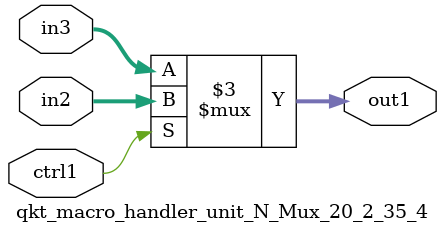
<source format=v>

`timescale 1ps / 1ps


module qkt_macro_handler_unit_N_Mux_20_2_35_4( in3, in2, ctrl1, out1 );

    input [19:0] in3;
    input [19:0] in2;
    input ctrl1;
    output [19:0] out1;
    reg [19:0] out1;

    
    // rtl_process:qkt_macro_handler_unit_N_Mux_20_2_35_4/qkt_macro_handler_unit_N_Mux_20_2_35_4_thread_1
    always @*
      begin : qkt_macro_handler_unit_N_Mux_20_2_35_4_thread_1
        case (ctrl1) 
          1'b1: 
            begin
              out1 = in2;
            end
          default: 
            begin
              out1 = in3;
            end
        endcase
      end

endmodule


</source>
